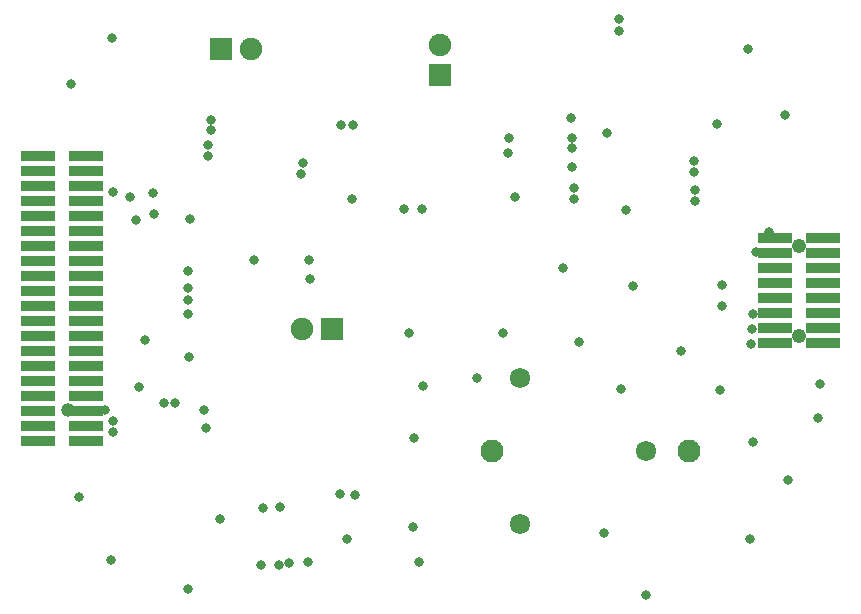
<source format=gbr>
G04 EAGLE Gerber RS-274X export*
G75*
%MOMM*%
%FSLAX34Y34*%
%LPD*%
%INSoldermask Bottom*%
%IPPOS*%
%AMOC8*
5,1,8,0,0,1.08239X$1,22.5*%
G01*
%ADD10C,1.933200*%
%ADD11C,1.723200*%
%ADD12R,2.993200X0.943200*%
%ADD13C,1.223200*%
%ADD14R,1.903200X1.903200*%
%ADD15C,1.903200*%
%ADD16C,0.813200*%
%ADD17C,1.178200*%


D10*
X745518Y134386D03*
X578918Y134386D03*
D11*
X708868Y134386D03*
X601843Y196177D03*
X601843Y72595D03*
D12*
X817850Y226060D03*
X858550Y226060D03*
X817850Y238760D03*
X858550Y238760D03*
X817850Y251460D03*
X858550Y251460D03*
X817850Y264160D03*
X858550Y264160D03*
X817850Y276860D03*
X858550Y276860D03*
X817850Y289560D03*
X858550Y289560D03*
X817850Y302260D03*
X858550Y302260D03*
X817850Y314960D03*
X858550Y314960D03*
D13*
X838200Y232410D03*
X838200Y308610D03*
D12*
X194280Y143510D03*
X234980Y143510D03*
X194280Y156210D03*
X234980Y156210D03*
X194280Y168910D03*
X234980Y168910D03*
X194280Y181610D03*
X234980Y181610D03*
X194280Y194310D03*
X234980Y194310D03*
X194280Y207010D03*
X234980Y207010D03*
X194280Y219710D03*
X234980Y219710D03*
X194280Y232410D03*
X234980Y232410D03*
X194280Y245110D03*
X234980Y245110D03*
X194280Y257810D03*
X234980Y257810D03*
X194280Y270510D03*
X234980Y270510D03*
X194280Y283210D03*
X234980Y283210D03*
X194280Y295910D03*
X234980Y295910D03*
X194280Y308610D03*
X234980Y308610D03*
X194280Y321310D03*
X234980Y321310D03*
X194280Y334010D03*
X234980Y334010D03*
X194280Y346710D03*
X234980Y346710D03*
X194280Y359410D03*
X234980Y359410D03*
X194280Y372110D03*
X234980Y372110D03*
X194280Y384810D03*
X234980Y384810D03*
D14*
X534854Y453097D03*
D15*
X534854Y478497D03*
D14*
X443122Y238319D03*
D15*
X417722Y238319D03*
D14*
X349420Y474627D03*
D15*
X374820Y474627D03*
D16*
X376800Y296153D03*
X291947Y335357D03*
X291618Y353129D03*
X347983Y77352D03*
X456058Y60286D03*
X228810Y96103D03*
X222337Y445469D03*
X277004Y329858D03*
X284678Y228391D03*
X279242Y189249D03*
X256176Y42277D03*
X320947Y18223D03*
X321675Y214301D03*
X459952Y348422D03*
X256540Y484166D03*
X451005Y410539D03*
X460834Y410404D03*
X424284Y280303D03*
X423495Y296264D03*
X340919Y415135D03*
X340572Y406036D03*
X338192Y384611D03*
X338192Y393833D03*
X417011Y369193D03*
X418203Y378661D03*
X320902Y287475D03*
X320902Y272322D03*
X321011Y262581D03*
X321119Y250999D03*
X334296Y169639D03*
X335984Y153719D03*
X398843Y87417D03*
X384817Y86638D03*
X449624Y97939D03*
X462221Y97809D03*
X423122Y40508D03*
X406739Y39456D03*
X382539Y38254D03*
X398321Y38103D03*
X813242Y319941D03*
X802216Y303343D03*
X798909Y237877D03*
X799689Y250434D03*
X798129Y225320D03*
X691637Y338419D03*
X697800Y274242D03*
X772963Y275187D03*
X772963Y257779D03*
X598079Y349563D03*
X795455Y475254D03*
X769255Y411109D03*
X826749Y419127D03*
X676100Y403820D03*
X854562Y162909D03*
X856259Y191228D03*
X638984Y289380D03*
X507985Y234711D03*
X520357Y189518D03*
X512351Y145783D03*
X511624Y70705D03*
X516481Y41083D03*
X673189Y64874D03*
X708850Y13121D03*
X796910Y59756D03*
X828932Y110066D03*
X799821Y142103D03*
X771438Y186603D03*
X738688Y219404D03*
X687744Y187332D03*
X652083Y226693D03*
X588040Y234711D03*
X565479Y196079D03*
X686250Y500545D03*
X685709Y489902D03*
X645574Y416219D03*
X646025Y399534D03*
X646206Y390786D03*
X645845Y375183D03*
X592943Y399503D03*
X592192Y386665D03*
X518982Y339819D03*
X504202Y339318D03*
X648299Y356963D03*
X647672Y347845D03*
X749386Y380558D03*
X749321Y370985D03*
X750143Y355988D03*
X750793Y345922D03*
X322716Y331095D03*
X257782Y160455D03*
X257331Y150610D03*
X300555Y175342D03*
X310404Y175667D03*
D17*
X219776Y169037D03*
D16*
X250802Y169173D03*
X257847Y353573D03*
X272334Y350092D03*
M02*

</source>
